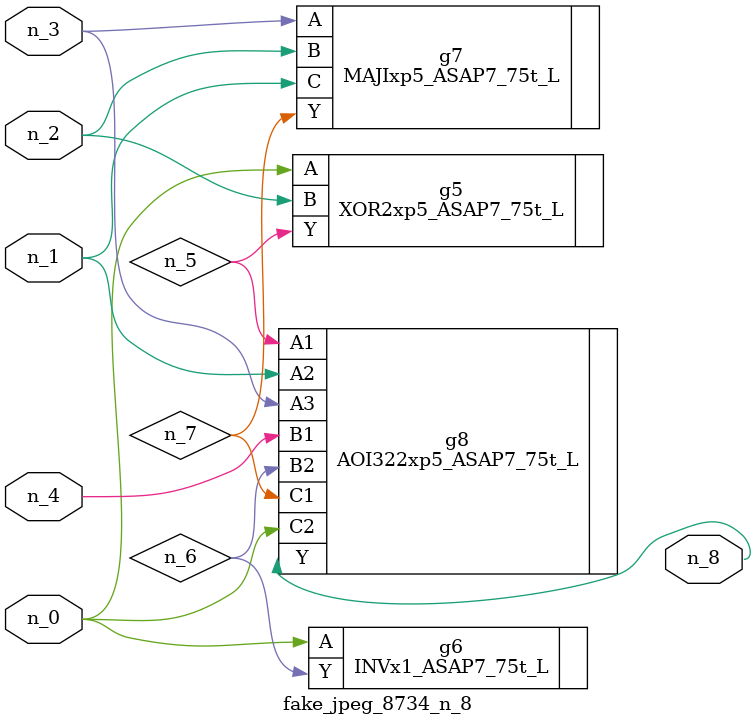
<source format=v>
module fake_jpeg_8734_n_8 (n_3, n_2, n_1, n_0, n_4, n_8);

input n_3;
input n_2;
input n_1;
input n_0;
input n_4;

output n_8;

wire n_6;
wire n_5;
wire n_7;

XOR2xp5_ASAP7_75t_L g5 ( 
.A(n_0),
.B(n_2),
.Y(n_5)
);

INVx1_ASAP7_75t_L g6 ( 
.A(n_0),
.Y(n_6)
);

MAJIxp5_ASAP7_75t_L g7 ( 
.A(n_3),
.B(n_2),
.C(n_1),
.Y(n_7)
);

AOI322xp5_ASAP7_75t_L g8 ( 
.A1(n_5),
.A2(n_1),
.A3(n_3),
.B1(n_4),
.B2(n_6),
.C1(n_7),
.C2(n_0),
.Y(n_8)
);


endmodule
</source>
